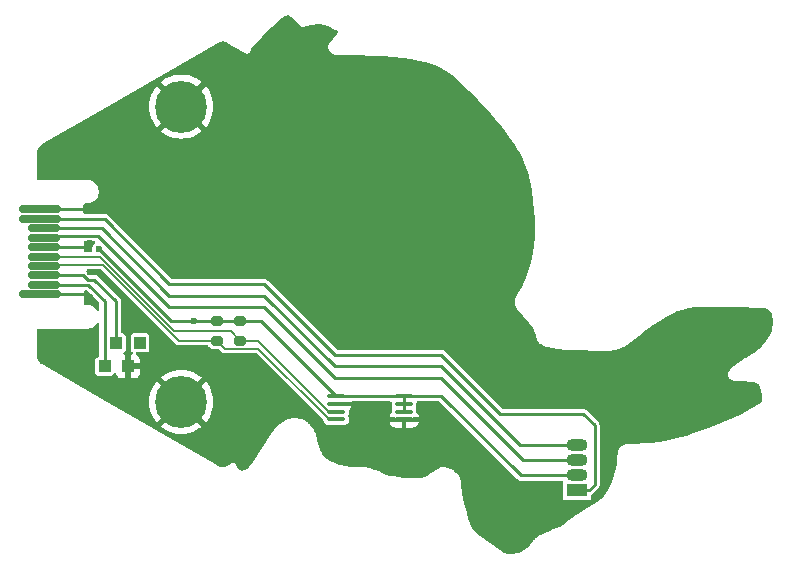
<source format=gbl>
G04 #@! TF.GenerationSoftware,KiCad,Pcbnew,8.0.1*
G04 #@! TF.CreationDate,2024-04-20T17:21:33+01:00*
G04 #@! TF.ProjectId,rabbit,72616262-6974-42e6-9b69-6361645f7063,rev?*
G04 #@! TF.SameCoordinates,Original*
G04 #@! TF.FileFunction,Copper,L2,Bot*
G04 #@! TF.FilePolarity,Positive*
%FSLAX46Y46*%
G04 Gerber Fmt 4.6, Leading zero omitted, Abs format (unit mm)*
G04 Created by KiCad (PCBNEW 8.0.1) date 2024-04-20 17:21:33*
%MOMM*%
%LPD*%
G01*
G04 APERTURE LIST*
G04 Aperture macros list*
%AMRoundRect*
0 Rectangle with rounded corners*
0 $1 Rounding radius*
0 $2 $3 $4 $5 $6 $7 $8 $9 X,Y pos of 4 corners*
0 Add a 4 corners polygon primitive as box body*
4,1,4,$2,$3,$4,$5,$6,$7,$8,$9,$2,$3,0*
0 Add four circle primitives for the rounded corners*
1,1,$1+$1,$2,$3*
1,1,$1+$1,$4,$5*
1,1,$1+$1,$6,$7*
1,1,$1+$1,$8,$9*
0 Add four rect primitives between the rounded corners*
20,1,$1+$1,$2,$3,$4,$5,0*
20,1,$1+$1,$4,$5,$6,$7,0*
20,1,$1+$1,$6,$7,$8,$9,0*
20,1,$1+$1,$8,$9,$2,$3,0*%
G04 Aperture macros list end*
G04 #@! TA.AperFunction,SMDPad,CuDef*
%ADD10RoundRect,0.150000X-1.600000X-0.150000X1.600000X-0.150000X1.600000X0.150000X-1.600000X0.150000X0*%
G04 #@! TD*
G04 #@! TA.AperFunction,SMDPad,CuDef*
%ADD11RoundRect,0.150000X-1.200000X-0.150000X1.200000X-0.150000X1.200000X0.150000X-1.200000X0.150000X0*%
G04 #@! TD*
G04 #@! TA.AperFunction,ComponentPad*
%ADD12C,0.700000*%
G04 #@! TD*
G04 #@! TA.AperFunction,ComponentPad*
%ADD13C,4.400000*%
G04 #@! TD*
G04 #@! TA.AperFunction,ComponentPad*
%ADD14R,1.800000X1.070000*%
G04 #@! TD*
G04 #@! TA.AperFunction,ComponentPad*
%ADD15O,1.800000X1.070000*%
G04 #@! TD*
G04 #@! TA.AperFunction,SMDPad,CuDef*
%ADD16R,1.000000X1.000000*%
G04 #@! TD*
G04 #@! TA.AperFunction,SMDPad,CuDef*
%ADD17RoundRect,0.100000X0.637500X0.100000X-0.637500X0.100000X-0.637500X-0.100000X0.637500X-0.100000X0*%
G04 #@! TD*
G04 #@! TA.AperFunction,SMDPad,CuDef*
%ADD18RoundRect,0.200000X-0.275000X0.200000X-0.275000X-0.200000X0.275000X-0.200000X0.275000X0.200000X0*%
G04 #@! TD*
G04 #@! TA.AperFunction,ViaPad*
%ADD19C,0.600000*%
G04 #@! TD*
G04 #@! TA.AperFunction,Conductor*
%ADD20C,0.254000*%
G04 #@! TD*
G04 #@! TA.AperFunction,Conductor*
%ADD21C,0.127000*%
G04 #@! TD*
G04 APERTURE END LIST*
D10*
X100500000Y-103400000D03*
D11*
X100900000Y-102600000D03*
X100900000Y-101800000D03*
X100900000Y-101000000D03*
X100900000Y-100200000D03*
X100900000Y-99400000D03*
X100900000Y-98600000D03*
X100900000Y-97800000D03*
D10*
X100500000Y-97000000D03*
X100500000Y-96200000D03*
D12*
X110850000Y-87500000D03*
X111333274Y-86333274D03*
X111333274Y-88666726D03*
X112500000Y-85850000D03*
D13*
X112500000Y-87500000D03*
D12*
X112500000Y-89150000D03*
X113666726Y-86333274D03*
X113666726Y-88666726D03*
X114150000Y-87500000D03*
D14*
X146000000Y-120000000D03*
D15*
X146000000Y-118730000D03*
X146000000Y-117460000D03*
X146000000Y-116190000D03*
D12*
X110850000Y-112500000D03*
X111333274Y-111333274D03*
X111333274Y-113666726D03*
X112500000Y-110850000D03*
D13*
X112500000Y-112500000D03*
D12*
X112500000Y-114150000D03*
X113666726Y-111333274D03*
X113666726Y-113666726D03*
X114150000Y-112500000D03*
D16*
X109000000Y-107500000D03*
D17*
X131362500Y-112025000D03*
X131362500Y-112675000D03*
X131362500Y-113325000D03*
X131362500Y-113975000D03*
X125637500Y-113975000D03*
X125637500Y-113325000D03*
X125637500Y-112675000D03*
X125637500Y-112025000D03*
D16*
X106000000Y-109500000D03*
D18*
X117500000Y-105675000D03*
X117500000Y-107325000D03*
D16*
X108000000Y-109500000D03*
D18*
X115500000Y-105675000D03*
X115500000Y-107325000D03*
D16*
X107000000Y-107500000D03*
D19*
X104775000Y-99060000D03*
X104775000Y-103632000D03*
X104775000Y-96266000D03*
X104775000Y-101473000D03*
X108966000Y-107442000D03*
X113538000Y-105664000D03*
X105537000Y-99568000D03*
D20*
X104709000Y-96200000D02*
X100500000Y-96200000D01*
X104775000Y-99060000D02*
X104435000Y-99400000D01*
X104435000Y-99400000D02*
X100900000Y-99400000D01*
X104543000Y-103400000D02*
X100500000Y-103400000D01*
X104775000Y-103632000D02*
X104543000Y-103400000D01*
X104775000Y-96266000D02*
X104709000Y-96200000D01*
X134525000Y-112025000D02*
X141230000Y-118730000D01*
X117500000Y-105675000D02*
X119287500Y-105675000D01*
X131362500Y-112025000D02*
X131362500Y-113325000D01*
X105537000Y-99568000D02*
X111644000Y-105675000D01*
X111644000Y-105675000D02*
X115500000Y-105675000D01*
X115500000Y-105675000D02*
X117500000Y-105675000D01*
X119287500Y-105675000D02*
X125637500Y-112025000D01*
X125637500Y-112025000D02*
X131362500Y-112025000D01*
X131362500Y-112025000D02*
X134525000Y-112025000D01*
X141230000Y-118730000D02*
X146000000Y-118730000D01*
X125500000Y-109500000D02*
X134500000Y-109500000D01*
X100900000Y-97800000D02*
X105800000Y-97800000D01*
X111500000Y-103500000D02*
X119500000Y-103500000D01*
X141190000Y-116190000D02*
X146000000Y-116190000D01*
X119500000Y-103500000D02*
X125500000Y-109500000D01*
X105800000Y-97800000D02*
X111500000Y-103500000D01*
X134500000Y-109500000D02*
X141190000Y-116190000D01*
D21*
X125637500Y-113975000D02*
X124975000Y-113975000D01*
X105863802Y-100909500D02*
X112279302Y-107325000D01*
X100900000Y-101000000D02*
X100990500Y-100909500D01*
X100990500Y-100909500D02*
X105863802Y-100909500D01*
X112279302Y-107325000D02*
X115500000Y-107325000D01*
X116175000Y-108000000D02*
X115500000Y-107325000D01*
X119000000Y-108000000D02*
X116175000Y-108000000D01*
X124975000Y-113975000D02*
X119000000Y-108000000D01*
X119033162Y-107325000D02*
X125033162Y-113325000D01*
X125033162Y-113325000D02*
X125637500Y-113325000D01*
X116675000Y-106500000D02*
X117500000Y-107325000D01*
X111916750Y-106500000D02*
X116675000Y-106500000D01*
X105616750Y-100200000D02*
X111916750Y-106500000D01*
X100900000Y-100200000D02*
X105616750Y-100200000D01*
X117500000Y-107325000D02*
X119033162Y-107325000D01*
D20*
X101067000Y-98433000D02*
X105433000Y-98433000D01*
X105433000Y-98433000D02*
X111500000Y-104500000D01*
X100900000Y-98600000D02*
X101067000Y-98433000D01*
X119500000Y-104500000D02*
X125500000Y-110500000D01*
X134500000Y-110500000D02*
X141460000Y-117460000D01*
X141460000Y-117460000D02*
X146000000Y-117460000D01*
X125500000Y-110500000D02*
X134500000Y-110500000D01*
X111500000Y-104500000D02*
X119500000Y-104500000D01*
X134500000Y-108500000D02*
X139500000Y-113500000D01*
X119500000Y-102500000D02*
X125500000Y-108500000D01*
X100500000Y-97000000D02*
X106000000Y-97000000D01*
X111500000Y-102500000D02*
X119500000Y-102500000D01*
X106000000Y-97000000D02*
X111500000Y-102500000D01*
X147500000Y-114500000D02*
X147500000Y-119500000D01*
X139500000Y-113500000D02*
X146500000Y-113500000D01*
X147000000Y-120000000D02*
X146000000Y-120000000D01*
X125500000Y-108500000D02*
X134500000Y-108500000D01*
X147500000Y-119500000D02*
X147000000Y-120000000D01*
X146500000Y-113500000D02*
X147500000Y-114500000D01*
X105146000Y-102146000D02*
X107000000Y-104000000D01*
X104561288Y-102146000D02*
X105146000Y-102146000D01*
X104215288Y-101800000D02*
X104561288Y-102146000D01*
X100900000Y-101800000D02*
X104215288Y-101800000D01*
X107000000Y-104000000D02*
X107000000Y-107500000D01*
X104629712Y-102600000D02*
X106000000Y-103970288D01*
X100900000Y-102600000D02*
X104629712Y-102600000D01*
X106000000Y-103970288D02*
X106000000Y-109500000D01*
G04 #@! TA.AperFunction,Conductor*
G36*
X121552554Y-79760490D02*
G01*
X121593652Y-79767545D01*
X121621829Y-79775916D01*
X121688251Y-79804600D01*
X121693943Y-79807058D01*
X121712569Y-79817065D01*
X121825610Y-79890863D01*
X121836376Y-79898749D01*
X121979127Y-80015620D01*
X121989657Y-80025310D01*
X122172410Y-80214083D01*
X122357454Y-80405222D01*
X122362348Y-80410582D01*
X122550976Y-80629746D01*
X122559672Y-80641117D01*
X122568085Y-80653543D01*
X122574480Y-80659083D01*
X122587270Y-80671914D01*
X122592798Y-80678337D01*
X122592801Y-80678339D01*
X122592802Y-80678340D01*
X122605193Y-80686786D01*
X122616545Y-80695526D01*
X122627886Y-80705351D01*
X122635505Y-80709051D01*
X122651180Y-80718134D01*
X122658176Y-80722904D01*
X122658177Y-80722904D01*
X122658182Y-80722907D01*
X122672340Y-80727860D01*
X122685558Y-80733359D01*
X122699061Y-80739917D01*
X122699062Y-80739917D01*
X122699064Y-80739918D01*
X122707371Y-80741518D01*
X122724865Y-80746235D01*
X122732859Y-80749032D01*
X122747833Y-80750153D01*
X122762020Y-80752044D01*
X122776755Y-80754883D01*
X122785199Y-80754278D01*
X122803319Y-80754308D01*
X122811756Y-80754940D01*
X122811757Y-80754939D01*
X122811762Y-80754940D01*
X122826522Y-80752146D01*
X122840701Y-80750303D01*
X122855676Y-80749231D01*
X122863674Y-80746462D01*
X122881187Y-80741800D01*
X122882677Y-80741518D01*
X122889504Y-80740226D01*
X122903034Y-80733707D01*
X122916256Y-80728256D01*
X123018671Y-80692799D01*
X123030385Y-80689380D01*
X123532127Y-80569453D01*
X123545157Y-80567067D01*
X123992586Y-80509666D01*
X124021698Y-80509379D01*
X124260868Y-80535257D01*
X124277863Y-80538305D01*
X124633361Y-80628013D01*
X124643693Y-80631105D01*
X125093936Y-80787512D01*
X125100962Y-80790196D01*
X125380109Y-80906633D01*
X125621863Y-81007473D01*
X125632670Y-81012606D01*
X125675140Y-81035355D01*
X125724941Y-81084360D01*
X125740241Y-81135364D01*
X125740538Y-81139314D01*
X125739424Y-81167606D01*
X125729356Y-81232556D01*
X125719903Y-81264434D01*
X125678817Y-81355763D01*
X125667113Y-81376291D01*
X125561851Y-81525748D01*
X125552935Y-81536970D01*
X125358691Y-81754350D01*
X125358463Y-81754604D01*
X125162337Y-81972879D01*
X125153201Y-81982037D01*
X125140296Y-81993688D01*
X125140296Y-81993689D01*
X125136981Y-81998808D01*
X125125148Y-82014268D01*
X125121067Y-82018809D01*
X125121063Y-82018815D01*
X125113188Y-82034310D01*
X125106734Y-82045519D01*
X125020505Y-82178687D01*
X125011804Y-82190523D01*
X125002632Y-82201564D01*
X125002629Y-82201569D01*
X124998814Y-82209855D01*
X124990272Y-82225379D01*
X124985312Y-82233040D01*
X124985308Y-82233049D01*
X124980887Y-82246714D01*
X124975549Y-82260390D01*
X124969542Y-82273439D01*
X124968002Y-82282431D01*
X124963768Y-82299643D01*
X124960960Y-82308325D01*
X124960959Y-82308332D01*
X124960226Y-82322676D01*
X124958608Y-82337281D01*
X124946508Y-82407925D01*
X124940689Y-82429539D01*
X124940570Y-82430057D01*
X124938332Y-82453609D01*
X124937109Y-82462803D01*
X124933115Y-82486127D01*
X124933094Y-82486675D01*
X124933066Y-82508269D01*
X124933087Y-82508826D01*
X124937019Y-82532147D01*
X124938218Y-82541346D01*
X124940397Y-82564917D01*
X124940519Y-82565454D01*
X124946084Y-82586329D01*
X124946243Y-82586846D01*
X124956083Y-82608366D01*
X124959618Y-82616931D01*
X124959895Y-82617679D01*
X124967824Y-82639135D01*
X124968093Y-82639645D01*
X124979241Y-82659011D01*
X125001845Y-82708446D01*
X125009291Y-82729609D01*
X125009533Y-82730566D01*
X125009535Y-82730571D01*
X125020490Y-82750186D01*
X125024999Y-82759081D01*
X125034343Y-82779515D01*
X125034347Y-82779521D01*
X125034966Y-82780270D01*
X125047632Y-82798782D01*
X125048110Y-82799639D01*
X125048115Y-82799645D01*
X125063785Y-82815768D01*
X125070443Y-82823194D01*
X125084752Y-82840507D01*
X125085538Y-82841066D01*
X125102581Y-82855685D01*
X125149394Y-82903850D01*
X125157236Y-82912730D01*
X125169277Y-82927755D01*
X125172666Y-82930244D01*
X125188187Y-82943761D01*
X125191125Y-82946784D01*
X125207645Y-82956637D01*
X125217526Y-82963190D01*
X125272051Y-83003234D01*
X125279472Y-83009382D01*
X125310992Y-83031848D01*
X125312349Y-83032829D01*
X125324077Y-83041442D01*
X125342043Y-83054637D01*
X125342987Y-83055138D01*
X125344555Y-83055985D01*
X125345458Y-83056481D01*
X125345652Y-83056553D01*
X125345656Y-83056556D01*
X125379895Y-83069344D01*
X125381537Y-83069971D01*
X125402757Y-83078241D01*
X125415591Y-83083243D01*
X125415592Y-83083243D01*
X125417609Y-83084029D01*
X125426806Y-83086864D01*
X125442837Y-83092851D01*
X125446663Y-83094281D01*
X125450324Y-83095915D01*
X125455490Y-83097811D01*
X125455493Y-83097813D01*
X125491429Y-83111002D01*
X125491929Y-83111188D01*
X125507165Y-83116877D01*
X125528093Y-83124694D01*
X125528096Y-83124694D01*
X125528117Y-83124702D01*
X125528447Y-83124777D01*
X125529137Y-83124934D01*
X125529734Y-83125071D01*
X125529769Y-83125074D01*
X125529772Y-83125075D01*
X125568086Y-83128530D01*
X125568583Y-83128577D01*
X125606855Y-83132249D01*
X125606855Y-83132248D01*
X125612370Y-83132778D01*
X125616362Y-83132885D01*
X125777793Y-83147447D01*
X125799919Y-83151493D01*
X125800784Y-83151734D01*
X125823319Y-83151955D01*
X125833236Y-83152449D01*
X125855697Y-83154476D01*
X125856577Y-83154323D01*
X125878999Y-83152500D01*
X127341412Y-83166856D01*
X127341411Y-83166908D01*
X127341648Y-83166858D01*
X128720843Y-83183063D01*
X128724221Y-83183149D01*
X129552780Y-83216053D01*
X129561262Y-83216683D01*
X131247836Y-83400678D01*
X131252494Y-83401277D01*
X131967333Y-83507026D01*
X131971400Y-83507698D01*
X132609221Y-83624011D01*
X132614234Y-83625033D01*
X133177105Y-83752074D01*
X133183267Y-83753631D01*
X133675731Y-83891712D01*
X133683134Y-83894042D01*
X133944772Y-83985502D01*
X134109810Y-84043194D01*
X134118575Y-84046636D01*
X134479131Y-84204312D01*
X134492118Y-84210926D01*
X134916741Y-84459698D01*
X134928400Y-84467445D01*
X135440449Y-84851119D01*
X135447458Y-84856781D01*
X135919509Y-85267289D01*
X136079382Y-85406319D01*
X136083443Y-85410011D01*
X136724706Y-86019552D01*
X136859890Y-86148048D01*
X136862655Y-86150759D01*
X137003695Y-86293492D01*
X137624753Y-86922005D01*
X137627439Y-86924811D01*
X138346862Y-87700000D01*
X138362523Y-87716874D01*
X138365044Y-87719674D01*
X138696026Y-88098905D01*
X139059391Y-88515240D01*
X139061918Y-88518231D01*
X139671819Y-89263291D01*
X139701244Y-89299236D01*
X139703927Y-89302633D01*
X140274001Y-90050875D01*
X140277037Y-90055036D01*
X140751103Y-90734007D01*
X140763330Y-90751518D01*
X140767002Y-90757092D01*
X140952143Y-91055262D01*
X141154500Y-91381158D01*
X141159251Y-91389516D01*
X141433331Y-91918414D01*
X141439137Y-91931387D01*
X141622929Y-92414641D01*
X141625856Y-92423281D01*
X141819090Y-93071183D01*
X141820712Y-93077165D01*
X142002460Y-93820307D01*
X142003675Y-93825816D01*
X142155606Y-94597663D01*
X142156492Y-94602711D01*
X142289098Y-95462517D01*
X142289758Y-95467449D01*
X142380455Y-96267405D01*
X142380965Y-96273054D01*
X142433026Y-97047168D01*
X142433277Y-97052849D01*
X142449974Y-97837257D01*
X142449972Y-97842610D01*
X142433574Y-98591581D01*
X142433140Y-98599587D01*
X142376462Y-99252738D01*
X142375282Y-99262142D01*
X142265424Y-99930091D01*
X142264043Y-99937189D01*
X142086457Y-100726376D01*
X142084973Y-100732288D01*
X141870896Y-101504305D01*
X141868117Y-101513056D01*
X141628875Y-102179694D01*
X141624586Y-102190127D01*
X141354143Y-102771268D01*
X141348137Y-102782602D01*
X141029215Y-103315795D01*
X141028482Y-103317003D01*
X140823491Y-103651021D01*
X140822839Y-103652072D01*
X140802856Y-103683914D01*
X140802523Y-103684663D01*
X140801997Y-103685825D01*
X140801701Y-103686468D01*
X140790997Y-103722519D01*
X140790638Y-103723706D01*
X140760548Y-103821446D01*
X140759570Y-103824483D01*
X140748703Y-103856799D01*
X140748266Y-103859028D01*
X140748108Y-103859655D01*
X140747756Y-103861583D01*
X140747682Y-103862228D01*
X140747301Y-103864475D01*
X140746044Y-103898556D01*
X140745885Y-103901740D01*
X140740151Y-103993206D01*
X140739237Y-104002345D01*
X140735991Y-104025943D01*
X140735985Y-104026904D01*
X140736628Y-104047466D01*
X140736692Y-104048401D01*
X140741407Y-104071756D01*
X140742887Y-104080804D01*
X140754991Y-104177076D01*
X140760901Y-104224083D01*
X140761130Y-104236487D01*
X140761566Y-104236469D01*
X140761910Y-104244593D01*
X140766964Y-104273465D01*
X140767853Y-104279376D01*
X140771512Y-104308481D01*
X140773365Y-104315563D01*
X140775549Y-104322520D01*
X140787912Y-104349119D01*
X140790298Y-104354594D01*
X140801365Y-104381757D01*
X140805388Y-104388820D01*
X140805008Y-104389035D01*
X140811403Y-104399662D01*
X140860963Y-104506288D01*
X140882848Y-104553374D01*
X140884843Y-104557665D01*
X140887131Y-104562901D01*
X140888905Y-104567229D01*
X140898419Y-104590444D01*
X140901909Y-104596542D01*
X140905647Y-104602425D01*
X140924748Y-104625245D01*
X140928320Y-104629718D01*
X141097912Y-104852466D01*
X141109237Y-104870316D01*
X141110732Y-104873188D01*
X141110734Y-104873191D01*
X141124386Y-104888087D01*
X141131628Y-104896750D01*
X141143874Y-104912834D01*
X141143879Y-104912840D01*
X141146442Y-104914822D01*
X141162000Y-104929130D01*
X141463063Y-105257644D01*
X141464435Y-105259168D01*
X141931708Y-105786694D01*
X141939207Y-105796032D01*
X142269113Y-106250141D01*
X142276046Y-106260793D01*
X142384953Y-106448496D01*
X142390080Y-106458319D01*
X142469477Y-106628577D01*
X142474627Y-106641457D01*
X142523206Y-106785904D01*
X142527568Y-106802672D01*
X142547321Y-106908464D01*
X142548122Y-106914894D01*
X142556133Y-106955686D01*
X142556350Y-106956822D01*
X142563979Y-106997681D01*
X142565609Y-107003944D01*
X142584766Y-107101492D01*
X142586108Y-107111312D01*
X142594077Y-107148970D01*
X142594425Y-107150678D01*
X142597537Y-107166519D01*
X142601501Y-107186703D01*
X142601871Y-107187751D01*
X142602455Y-107189444D01*
X142602801Y-107190474D01*
X142619415Y-107223153D01*
X142620223Y-107224770D01*
X142637159Y-107259323D01*
X142642151Y-107267873D01*
X142677153Y-107336721D01*
X142683720Y-107353463D01*
X142685459Y-107357484D01*
X142698281Y-107378923D01*
X142702397Y-107386374D01*
X142713719Y-107408645D01*
X142716194Y-107412253D01*
X142723349Y-107421952D01*
X142726069Y-107425386D01*
X142726070Y-107425387D01*
X142726071Y-107425388D01*
X142744014Y-107442787D01*
X142749905Y-107448905D01*
X142766609Y-107467490D01*
X142766613Y-107467493D01*
X142769954Y-107470352D01*
X142783990Y-107481551D01*
X142874982Y-107569780D01*
X142877080Y-107571863D01*
X142901261Y-107596455D01*
X142901268Y-107596459D01*
X142902340Y-107597296D01*
X142902871Y-107597759D01*
X142902921Y-107597796D01*
X142905236Y-107599559D01*
X142905325Y-107599628D01*
X142905911Y-107600017D01*
X142907004Y-107600829D01*
X142907006Y-107600831D01*
X142937170Y-107617631D01*
X142939704Y-107619083D01*
X143101697Y-107714437D01*
X143112154Y-107721326D01*
X143126735Y-107732026D01*
X143131747Y-107733977D01*
X143149648Y-107742661D01*
X143154291Y-107745394D01*
X143167664Y-107749098D01*
X143171728Y-107750224D01*
X143183617Y-107754174D01*
X143450336Y-107858024D01*
X143463053Y-107863821D01*
X143476862Y-107871082D01*
X143484542Y-107872817D01*
X143502197Y-107878217D01*
X143509534Y-107881074D01*
X143525043Y-107882779D01*
X143538825Y-107885086D01*
X143871267Y-107960223D01*
X143890251Y-107966150D01*
X143895267Y-107968170D01*
X143913206Y-107970352D01*
X143925550Y-107972492D01*
X143943174Y-107976476D01*
X143948575Y-107976262D01*
X143968443Y-107977072D01*
X144394466Y-108028905D01*
X144407563Y-108031864D01*
X144407585Y-108031756D01*
X144415562Y-108033309D01*
X144415567Y-108033311D01*
X144442419Y-108034962D01*
X144449764Y-108035633D01*
X144476483Y-108038885D01*
X144476490Y-108038883D01*
X144484609Y-108038805D01*
X144484610Y-108038915D01*
X144498026Y-108038383D01*
X145057455Y-108072793D01*
X145061558Y-108073305D01*
X145066986Y-108073606D01*
X145066990Y-108073608D01*
X145105461Y-108075747D01*
X145105639Y-108075758D01*
X145144216Y-108078131D01*
X145144217Y-108078130D01*
X145149637Y-108078464D01*
X145153781Y-108078435D01*
X146351257Y-108145033D01*
X146352114Y-108145137D01*
X146359654Y-108145547D01*
X146359657Y-108145548D01*
X146398762Y-108147675D01*
X146398908Y-108147727D01*
X146398911Y-108147684D01*
X146407216Y-108148145D01*
X146438303Y-108149875D01*
X146438304Y-108149874D01*
X146445971Y-108150301D01*
X146446824Y-108150291D01*
X147522515Y-108208829D01*
X147535182Y-108210858D01*
X147535222Y-108210565D01*
X147543277Y-108211636D01*
X147543280Y-108211636D01*
X147543284Y-108211637D01*
X147571592Y-108211673D01*
X147578150Y-108211857D01*
X147606412Y-108213396D01*
X147606415Y-108213395D01*
X147606420Y-108213396D01*
X147606424Y-108213395D01*
X147614523Y-108212774D01*
X147614545Y-108213070D01*
X147627318Y-108211748D01*
X148029995Y-108212282D01*
X148042337Y-108213622D01*
X148042374Y-108213185D01*
X148050462Y-108213866D01*
X148050470Y-108213868D01*
X148079819Y-108212490D01*
X148085714Y-108212356D01*
X148115069Y-108212396D01*
X148115074Y-108212394D01*
X148123125Y-108211346D01*
X148123182Y-108211783D01*
X148135435Y-108209881D01*
X148485009Y-108193481D01*
X148498563Y-108194205D01*
X148498565Y-108194142D01*
X148506693Y-108194326D01*
X148506693Y-108194325D01*
X148506694Y-108194326D01*
X148533060Y-108191461D01*
X148540643Y-108190871D01*
X148567166Y-108189627D01*
X148567170Y-108189625D01*
X148575171Y-108188189D01*
X148575182Y-108188252D01*
X148588467Y-108185440D01*
X148893959Y-108152247D01*
X148916825Y-108151883D01*
X148916850Y-108151884D01*
X148917087Y-108151903D01*
X148939864Y-108147630D01*
X148949326Y-108146231D01*
X148972370Y-108143728D01*
X148972607Y-108143635D01*
X148994600Y-108137365D01*
X149261848Y-108087244D01*
X149282376Y-108085143D01*
X149286477Y-108085067D01*
X149305106Y-108079699D01*
X149316529Y-108076989D01*
X149335581Y-108073417D01*
X149339271Y-108071646D01*
X149358570Y-108064296D01*
X149592979Y-107996767D01*
X149610967Y-107993003D01*
X149611969Y-107992869D01*
X149618919Y-107991946D01*
X149633183Y-107986015D01*
X149646458Y-107981360D01*
X149661305Y-107977084D01*
X149668173Y-107972945D01*
X149684559Y-107964658D01*
X149897316Y-107876215D01*
X149908811Y-107872090D01*
X149926600Y-107866682D01*
X149930745Y-107864099D01*
X149948692Y-107854858D01*
X149953203Y-107852984D01*
X149967924Y-107841657D01*
X149977983Y-107834681D01*
X150192823Y-107700882D01*
X150212167Y-107691069D01*
X150214296Y-107690215D01*
X150231220Y-107677515D01*
X150240083Y-107671449D01*
X150242278Y-107670082D01*
X150258034Y-107660270D01*
X150259603Y-107658591D01*
X150275738Y-107644113D01*
X150530164Y-107453217D01*
X150540738Y-107446104D01*
X150543530Y-107444426D01*
X150543542Y-107444421D01*
X150569828Y-107423518D01*
X150572530Y-107421429D01*
X150599471Y-107401217D01*
X150599474Y-107401212D01*
X150601826Y-107398912D01*
X150611382Y-107390475D01*
X151216738Y-106909109D01*
X151219295Y-106907133D01*
X151838436Y-106441719D01*
X151841304Y-106439629D01*
X152436598Y-106019226D01*
X152439934Y-106016952D01*
X153006483Y-105644496D01*
X153010426Y-105642013D01*
X153542824Y-105320649D01*
X153547693Y-105317861D01*
X154040333Y-105050606D01*
X154046598Y-105047436D01*
X154492780Y-104837443D01*
X154501240Y-104833838D01*
X154892322Y-104684149D01*
X154904654Y-104680156D01*
X155155876Y-104613096D01*
X155166657Y-104610729D01*
X155497833Y-104553373D01*
X155505521Y-104552288D01*
X155926775Y-104506284D01*
X155932167Y-104505815D01*
X156446992Y-104472533D01*
X156452370Y-104472303D01*
X157806944Y-104443947D01*
X157810942Y-104443930D01*
X159634809Y-104465999D01*
X159637186Y-104466051D01*
X161609771Y-104528535D01*
X161619484Y-104529226D01*
X161950200Y-104565873D01*
X161974166Y-104570966D01*
X162088674Y-104607435D01*
X162116882Y-104620509D01*
X162200368Y-104672818D01*
X162221540Y-104689549D01*
X162293976Y-104760889D01*
X162305564Y-104772301D01*
X162320782Y-104790467D01*
X162346799Y-104828366D01*
X162400311Y-104906317D01*
X162410483Y-104924134D01*
X162480040Y-105073447D01*
X162486401Y-105090153D01*
X162540497Y-105270335D01*
X162544080Y-105285808D01*
X162578218Y-105492745D01*
X162579736Y-105507129D01*
X162590459Y-105736161D01*
X162590355Y-105749673D01*
X162574845Y-105998531D01*
X162573599Y-106009958D01*
X162537359Y-106241932D01*
X162535211Y-106252590D01*
X162480887Y-106472029D01*
X162477547Y-106483231D01*
X162404487Y-106691763D01*
X162399999Y-106702833D01*
X162306266Y-106905416D01*
X162300914Y-106915694D01*
X162183861Y-107116927D01*
X162178083Y-107125940D01*
X162038887Y-107323744D01*
X162030430Y-107334457D01*
X161644773Y-107771224D01*
X161637619Y-107778676D01*
X161385021Y-108020754D01*
X161377601Y-108027317D01*
X161129541Y-108229653D01*
X161121331Y-108235802D01*
X160793761Y-108460617D01*
X160789260Y-108463564D01*
X160334968Y-108747174D01*
X160326865Y-108751595D01*
X160304233Y-108766153D01*
X160293978Y-108772750D01*
X160292611Y-108773617D01*
X160259441Y-108794326D01*
X160251994Y-108799758D01*
X159622396Y-109204776D01*
X159603266Y-109214842D01*
X159601051Y-109215770D01*
X159601049Y-109215771D01*
X159592196Y-109222624D01*
X159584386Y-109228670D01*
X159575581Y-109234892D01*
X159557869Y-109246287D01*
X159557863Y-109246291D01*
X159556252Y-109248066D01*
X159540375Y-109262741D01*
X159147234Y-109567093D01*
X159135655Y-109575050D01*
X159122437Y-109583070D01*
X159122431Y-109583075D01*
X159116899Y-109588854D01*
X159103248Y-109601145D01*
X159096910Y-109606052D01*
X159096906Y-109606056D01*
X159087535Y-109618376D01*
X159078414Y-109629053D01*
X158973684Y-109738450D01*
X158967796Y-109744205D01*
X158949002Y-109761392D01*
X158945196Y-109765918D01*
X158940075Y-109772436D01*
X158936564Y-109777224D01*
X158924320Y-109799540D01*
X158920124Y-109806619D01*
X158872202Y-109881675D01*
X158859123Y-109898705D01*
X158857320Y-109900672D01*
X158857316Y-109900679D01*
X158847716Y-109919123D01*
X158842243Y-109928594D01*
X158831053Y-109946121D01*
X158831050Y-109946129D01*
X158830245Y-109948673D01*
X158822031Y-109968478D01*
X158820796Y-109970850D01*
X158820795Y-109970853D01*
X158816295Y-109991161D01*
X158813457Y-110001732D01*
X158807183Y-110021560D01*
X158807065Y-110024221D01*
X158804252Y-110045507D01*
X158790163Y-110109097D01*
X158789955Y-110110034D01*
X158789787Y-110110779D01*
X158781271Y-110148120D01*
X158781213Y-110148790D01*
X158781141Y-110149586D01*
X158781112Y-110149893D01*
X158782784Y-110188088D01*
X158782815Y-110188852D01*
X158784256Y-110227176D01*
X158784331Y-110227600D01*
X158784476Y-110228439D01*
X158784560Y-110228935D01*
X158796072Y-110265437D01*
X158796299Y-110266163D01*
X158821580Y-110348071D01*
X158822488Y-110351154D01*
X158831674Y-110383908D01*
X158832578Y-110386019D01*
X158832803Y-110386633D01*
X158833600Y-110388430D01*
X158833894Y-110388991D01*
X158834856Y-110391088D01*
X158852974Y-110419911D01*
X158854649Y-110422654D01*
X158872032Y-110451968D01*
X158873467Y-110453794D01*
X158873832Y-110454311D01*
X158875056Y-110455827D01*
X158875493Y-110456301D01*
X158876964Y-110458076D01*
X158901931Y-110481235D01*
X158904208Y-110483402D01*
X158958048Y-110536001D01*
X158971645Y-110549285D01*
X158978067Y-110556050D01*
X158993642Y-110573744D01*
X158993933Y-110573998D01*
X159011100Y-110587893D01*
X159011367Y-110588093D01*
X159011371Y-110588095D01*
X159011373Y-110588097D01*
X159031609Y-110599467D01*
X159031934Y-110599650D01*
X159039887Y-110604522D01*
X159059455Y-110617543D01*
X159059516Y-110617584D01*
X159059519Y-110617585D01*
X159059848Y-110617747D01*
X159080037Y-110626729D01*
X159080351Y-110626855D01*
X159080353Y-110626856D01*
X159103199Y-110632693D01*
X159112138Y-110635338D01*
X159165308Y-110653278D01*
X159242060Y-110679174D01*
X159248977Y-110681740D01*
X159273926Y-110691847D01*
X159273928Y-110691847D01*
X159273932Y-110691849D01*
X159273935Y-110691849D01*
X159281794Y-110693889D01*
X159281764Y-110694001D01*
X159283505Y-110694399D01*
X159283528Y-110694286D01*
X159291497Y-110695856D01*
X159291500Y-110695856D01*
X159291503Y-110695857D01*
X159318411Y-110697570D01*
X159325721Y-110698254D01*
X159548614Y-110725826D01*
X159565316Y-110729566D01*
X159570372Y-110730519D01*
X159595528Y-110731916D01*
X159603882Y-110732663D01*
X159628913Y-110735760D01*
X159628914Y-110735759D01*
X159628917Y-110735760D01*
X159634055Y-110735720D01*
X159651165Y-110735007D01*
X160050025Y-110757164D01*
X160050399Y-110757185D01*
X160775416Y-110801193D01*
X160788416Y-110802675D01*
X160952499Y-110830223D01*
X160964863Y-110832955D01*
X161117560Y-110874972D01*
X161132749Y-110880231D01*
X161307507Y-110953755D01*
X161333256Y-110968431D01*
X161352253Y-110982513D01*
X161370564Y-110999161D01*
X161384796Y-111014969D01*
X161402910Y-111041220D01*
X161489278Y-111209138D01*
X161497855Y-111230477D01*
X161596857Y-111563065D01*
X161599127Y-111571852D01*
X161653146Y-111817905D01*
X161654890Y-111827718D01*
X161682469Y-112029678D01*
X161683582Y-112043860D01*
X161686816Y-112198352D01*
X161685708Y-112217687D01*
X161670602Y-112328538D01*
X161664987Y-112352151D01*
X161637753Y-112431265D01*
X161626356Y-112455492D01*
X161585669Y-112522172D01*
X161570378Y-112542289D01*
X161504493Y-112612728D01*
X161489191Y-112626574D01*
X161383044Y-112707633D01*
X161371600Y-112715401D01*
X160673826Y-113134212D01*
X160666830Y-113138110D01*
X159805398Y-113582187D01*
X159800224Y-113584704D01*
X158818784Y-114034310D01*
X158814501Y-114036175D01*
X157752907Y-114474901D01*
X157748971Y-114476450D01*
X156645983Y-114888830D01*
X156641989Y-114890246D01*
X155536300Y-115261095D01*
X155531832Y-115262500D01*
X154462374Y-115576795D01*
X154456856Y-115578279D01*
X153465266Y-115820679D01*
X153456677Y-115822460D01*
X152930080Y-115912309D01*
X152917951Y-115913767D01*
X152255698Y-115960494D01*
X152255014Y-115960541D01*
X150313829Y-116086723D01*
X150300076Y-116086252D01*
X150300076Y-116086261D01*
X150291944Y-116086239D01*
X150266065Y-116089578D01*
X150258254Y-116090335D01*
X150232200Y-116092030D01*
X150232196Y-116092030D01*
X150232192Y-116092031D01*
X150232187Y-116092032D01*
X150224220Y-116093613D01*
X150224218Y-116093603D01*
X150210810Y-116096707D01*
X150125790Y-116107675D01*
X150112631Y-116108664D01*
X150095701Y-116109033D01*
X150095698Y-116109034D01*
X150095694Y-116109034D01*
X150095694Y-116109035D01*
X150089401Y-116110868D01*
X150070590Y-116114797D01*
X150067797Y-116115158D01*
X150064101Y-116115635D01*
X150048443Y-116122073D01*
X150035996Y-116126431D01*
X149953867Y-116150367D01*
X149938879Y-116154735D01*
X149938349Y-116154888D01*
X149901216Y-116165530D01*
X149900918Y-116165662D01*
X149900249Y-116165954D01*
X149900042Y-116166043D01*
X149867133Y-116186011D01*
X149866660Y-116186296D01*
X149810197Y-116220211D01*
X149797853Y-116226039D01*
X149797872Y-116226077D01*
X149790633Y-116229773D01*
X149768919Y-116244726D01*
X149762449Y-116248892D01*
X149739837Y-116262475D01*
X149733478Y-116267532D01*
X149733453Y-116267501D01*
X149731477Y-116269176D01*
X149731504Y-116269206D01*
X149725470Y-116274648D01*
X149708367Y-116294710D01*
X149703196Y-116300407D01*
X149684870Y-116319379D01*
X149680040Y-116325906D01*
X149680006Y-116325881D01*
X149672227Y-116337103D01*
X149659331Y-116352230D01*
X149650193Y-116361855D01*
X149649246Y-116362750D01*
X149627456Y-116389569D01*
X149625585Y-116391817D01*
X149603174Y-116418106D01*
X149602457Y-116419213D01*
X149602045Y-116419779D01*
X149601985Y-116419878D01*
X149600433Y-116422336D01*
X149600384Y-116422411D01*
X149600052Y-116423022D01*
X149599355Y-116424154D01*
X149585263Y-116455668D01*
X149584036Y-116458326D01*
X149569180Y-116489545D01*
X149568777Y-116490792D01*
X149564013Y-116503186D01*
X149537585Y-116562287D01*
X149533650Y-116570301D01*
X149522173Y-116591688D01*
X149521405Y-116593718D01*
X149515814Y-116610275D01*
X149515191Y-116612366D01*
X149511356Y-116636328D01*
X149509629Y-116645086D01*
X149482681Y-116759791D01*
X149478421Y-116774030D01*
X149473591Y-116787231D01*
X149473590Y-116787233D01*
X149472753Y-116796618D01*
X149469959Y-116813945D01*
X149467802Y-116823127D01*
X149468239Y-116837179D01*
X149467808Y-116852049D01*
X149430186Y-117273762D01*
X149430175Y-117273889D01*
X149425351Y-117327340D01*
X149387817Y-117743193D01*
X149386177Y-117754995D01*
X149301419Y-118205050D01*
X149298850Y-118215956D01*
X149160495Y-118703454D01*
X149157833Y-118711720D01*
X148955271Y-119272579D01*
X148953194Y-119277938D01*
X148796464Y-119656063D01*
X148792943Y-119663797D01*
X148642515Y-119966289D01*
X148635788Y-119978135D01*
X148475964Y-120226718D01*
X148466130Y-120239981D01*
X148274028Y-120465911D01*
X148263404Y-120476945D01*
X148010618Y-120708942D01*
X148001967Y-120716186D01*
X147664974Y-120973176D01*
X147657679Y-120978334D01*
X146632084Y-121649462D01*
X146630936Y-121650204D01*
X145661198Y-122269622D01*
X145649324Y-122275604D01*
X145649396Y-122275737D01*
X145642244Y-122279603D01*
X145620185Y-122295571D01*
X145614230Y-122299623D01*
X145591303Y-122314268D01*
X145585085Y-122319498D01*
X145584987Y-122319382D01*
X145575067Y-122328230D01*
X145068353Y-122695024D01*
X145064114Y-122697711D01*
X145029555Y-122723105D01*
X145028845Y-122723623D01*
X144994072Y-122748795D01*
X144990214Y-122752015D01*
X144781243Y-122905575D01*
X144771661Y-122911954D01*
X144536294Y-123053317D01*
X144526337Y-123058694D01*
X144225682Y-123203770D01*
X144219533Y-123206534D01*
X143831938Y-123368217D01*
X143826814Y-123369994D01*
X143822568Y-123371803D01*
X143822568Y-123371804D01*
X143787653Y-123386687D01*
X143786837Y-123387031D01*
X143747557Y-123403417D01*
X143742696Y-123405852D01*
X143185387Y-123643433D01*
X143166699Y-123649696D01*
X143161166Y-123651072D01*
X143161156Y-123651076D01*
X143145601Y-123659686D01*
X143134189Y-123665259D01*
X143117845Y-123672227D01*
X143117843Y-123672228D01*
X143113354Y-123675747D01*
X143096924Y-123686632D01*
X142723029Y-123893598D01*
X142709921Y-123899880D01*
X142696395Y-123905412D01*
X142696389Y-123905416D01*
X142689335Y-123910777D01*
X142674369Y-123920534D01*
X142666605Y-123924832D01*
X142666602Y-123924834D01*
X142656071Y-123934991D01*
X142645033Y-123944452D01*
X142527700Y-124033643D01*
X142512247Y-124043670D01*
X142505292Y-124047480D01*
X142505286Y-124047485D01*
X142494049Y-124058230D01*
X142483396Y-124067321D01*
X142471031Y-124076720D01*
X142471025Y-124076726D01*
X142466162Y-124083004D01*
X142453837Y-124096680D01*
X142352425Y-124193654D01*
X142340671Y-124203574D01*
X142330105Y-124211422D01*
X142330100Y-124211427D01*
X142323696Y-124219508D01*
X142312218Y-124232105D01*
X142304760Y-124239235D01*
X142304754Y-124239243D01*
X142297921Y-124250490D01*
X142289131Y-124263118D01*
X142035773Y-124582792D01*
X142033786Y-124585234D01*
X141897261Y-124748786D01*
X141884663Y-124761812D01*
X141728341Y-124901413D01*
X141715998Y-124911105D01*
X141523001Y-125043797D01*
X141510984Y-125051091D01*
X141284566Y-125171535D01*
X141273497Y-125176740D01*
X141059293Y-125264840D01*
X141046336Y-125269349D01*
X140846580Y-125326682D01*
X140831801Y-125329962D01*
X140624790Y-125362805D01*
X140611406Y-125364189D01*
X140376090Y-125375677D01*
X140363596Y-125375657D01*
X140122871Y-125363123D01*
X140100651Y-125359931D01*
X139930108Y-125319391D01*
X139904780Y-125310374D01*
X139816089Y-125267455D01*
X139727988Y-125224821D01*
X139711874Y-125215467D01*
X139459652Y-125042494D01*
X139457070Y-125040675D01*
X138631282Y-124442867D01*
X138630163Y-124442048D01*
X137820044Y-123841660D01*
X137814198Y-123837047D01*
X137803120Y-123827752D01*
X137535511Y-123603205D01*
X137529177Y-123597507D01*
X137315566Y-123391670D01*
X137307450Y-123383066D01*
X137297656Y-123371636D01*
X137149016Y-123198165D01*
X137140224Y-123186594D01*
X137021614Y-123009898D01*
X137013957Y-122996833D01*
X136919562Y-122810534D01*
X136914314Y-122798675D01*
X136912775Y-122794640D01*
X136833937Y-122587920D01*
X136830299Y-122576836D01*
X136761462Y-122328231D01*
X136650635Y-121927975D01*
X136649033Y-121921524D01*
X136460515Y-121064457D01*
X136459609Y-121059926D01*
X136303962Y-120197175D01*
X136302961Y-120190618D01*
X136217241Y-119506404D01*
X136217190Y-119505985D01*
X136188679Y-119266370D01*
X136187828Y-119253802D01*
X136187528Y-119235845D01*
X136186012Y-119230546D01*
X136182105Y-119211120D01*
X136181454Y-119205645D01*
X136174786Y-119188963D01*
X136170709Y-119177037D01*
X136156790Y-119128367D01*
X136120158Y-119000281D01*
X136119149Y-118996527D01*
X136111115Y-118964658D01*
X136109349Y-118960211D01*
X136107444Y-118955820D01*
X136102654Y-118947836D01*
X136090542Y-118927648D01*
X136088594Y-118924281D01*
X136001267Y-118767716D01*
X135997668Y-118760754D01*
X135997046Y-118759451D01*
X135986409Y-118737180D01*
X135986404Y-118737175D01*
X135981975Y-118730360D01*
X135981987Y-118730351D01*
X135980336Y-118727980D01*
X135980325Y-118727989D01*
X135975472Y-118721467D01*
X135975470Y-118721465D01*
X135975469Y-118721463D01*
X135957243Y-118702689D01*
X135951980Y-118696913D01*
X135932828Y-118674513D01*
X135828894Y-118552953D01*
X135820360Y-118541741D01*
X135811745Y-118528976D01*
X135805646Y-118523677D01*
X135792733Y-118510661D01*
X135787484Y-118504522D01*
X135774779Y-118495801D01*
X135763639Y-118487181D01*
X135601945Y-118346701D01*
X135593958Y-118339115D01*
X135588899Y-118333862D01*
X135579607Y-118324214D01*
X135579603Y-118324211D01*
X135579601Y-118324210D01*
X135577240Y-118322787D01*
X135559916Y-118310186D01*
X135557834Y-118308377D01*
X135549165Y-118304152D01*
X135539226Y-118299308D01*
X135529557Y-118294051D01*
X135500882Y-118276770D01*
X135409635Y-118221779D01*
X135349917Y-118185789D01*
X135342581Y-118181007D01*
X135322492Y-118166876D01*
X135319787Y-118165461D01*
X135305974Y-118158844D01*
X135303184Y-118157626D01*
X135303180Y-118157624D01*
X135295753Y-118155483D01*
X135279584Y-118150824D01*
X135271261Y-118148103D01*
X135078622Y-118077518D01*
X135074254Y-118075824D01*
X135045054Y-118063855D01*
X135039517Y-118062393D01*
X135033915Y-118061138D01*
X135002514Y-118058323D01*
X134997854Y-118057817D01*
X134807856Y-118033511D01*
X134800254Y-118032297D01*
X134774374Y-118027336D01*
X134774372Y-118027336D01*
X134774367Y-118027335D01*
X134766261Y-118026860D01*
X134766263Y-118026821D01*
X134763665Y-118026749D01*
X134763666Y-118026789D01*
X134755539Y-118026819D01*
X134729393Y-118030357D01*
X134721734Y-118031152D01*
X134570511Y-118042119D01*
X134570508Y-118042119D01*
X134528034Y-118045198D01*
X134528030Y-118045198D01*
X134528025Y-118045199D01*
X134528019Y-118045200D01*
X134528016Y-118045201D01*
X134528007Y-118045203D01*
X134505093Y-118053160D01*
X134505088Y-118053162D01*
X134338830Y-118110880D01*
X134331559Y-118113156D01*
X134306037Y-118120293D01*
X134298564Y-118123484D01*
X134298541Y-118123431D01*
X134296363Y-118124441D01*
X134296389Y-118124493D01*
X134289117Y-118128141D01*
X134267182Y-118143016D01*
X134260749Y-118147096D01*
X134081972Y-118252910D01*
X134066367Y-118260208D01*
X134061871Y-118262498D01*
X134041103Y-118276770D01*
X134034041Y-118281280D01*
X134012364Y-118294110D01*
X134008383Y-118297234D01*
X133995211Y-118308310D01*
X133817781Y-118430247D01*
X133681514Y-118523896D01*
X133679186Y-118525457D01*
X133305442Y-118770058D01*
X133293725Y-118776843D01*
X133170966Y-118839241D01*
X133157310Y-118845178D01*
X133147388Y-118848802D01*
X133044304Y-118886438D01*
X133028703Y-118890999D01*
X132904533Y-118918621D01*
X132891187Y-118920834D01*
X132734814Y-118938063D01*
X132723481Y-118938789D01*
X132228018Y-118947770D01*
X132220748Y-118947688D01*
X131305568Y-118910583D01*
X131295955Y-118909818D01*
X130518752Y-118817439D01*
X130509349Y-118815953D01*
X130191298Y-118753101D01*
X130183308Y-118751246D01*
X129908138Y-118677673D01*
X129898061Y-118674513D01*
X129676037Y-118594358D01*
X129662974Y-118588777D01*
X129511992Y-118513771D01*
X129500870Y-118507512D01*
X129498134Y-118505781D01*
X129467599Y-118491662D01*
X129464475Y-118490164D01*
X129434381Y-118475214D01*
X129434374Y-118475211D01*
X129434373Y-118475211D01*
X129434371Y-118475210D01*
X129431322Y-118474166D01*
X129419484Y-118469415D01*
X129418383Y-118468906D01*
X129213187Y-118374026D01*
X129075796Y-118310498D01*
X129063656Y-118304044D01*
X129049977Y-118295769D01*
X129042781Y-118293682D01*
X129025289Y-118287144D01*
X129018497Y-118284004D01*
X129002734Y-118281276D01*
X128989344Y-118278186D01*
X128544649Y-118149233D01*
X128527846Y-118143012D01*
X128519835Y-118139368D01*
X128519830Y-118139367D01*
X128505350Y-118136954D01*
X128491200Y-118133735D01*
X128477117Y-118129651D01*
X128477110Y-118129650D01*
X128468309Y-118129470D01*
X128450472Y-118127810D01*
X127960688Y-118046204D01*
X127942285Y-118041669D01*
X127935617Y-118039473D01*
X127919185Y-118038546D01*
X127905799Y-118037058D01*
X127889568Y-118034354D01*
X127889558Y-118034354D01*
X127882563Y-118035032D01*
X127863624Y-118035413D01*
X127369157Y-118007536D01*
X127357014Y-118006164D01*
X127320654Y-118004780D01*
X127318397Y-118004674D01*
X127281992Y-118002622D01*
X127269766Y-118002845D01*
X126871415Y-117987695D01*
X126861873Y-117986963D01*
X126449984Y-117939297D01*
X126440183Y-117937763D01*
X126051492Y-117860896D01*
X126041222Y-117858405D01*
X125890763Y-117815058D01*
X125681745Y-117754839D01*
X125670767Y-117751113D01*
X125346521Y-117623841D01*
X125334604Y-117618420D01*
X125051597Y-117471202D01*
X125038572Y-117463377D01*
X124802282Y-117300929D01*
X124788223Y-117289677D01*
X124602561Y-117117535D01*
X124588239Y-117101760D01*
X124427552Y-116890881D01*
X124416133Y-116872869D01*
X124405406Y-116852210D01*
X124275192Y-116601434D01*
X124268435Y-116585909D01*
X124137463Y-116218183D01*
X124134152Y-116207337D01*
X124017545Y-115751821D01*
X124016530Y-115746513D01*
X124015337Y-115742002D01*
X124015338Y-115741999D01*
X124005647Y-115705328D01*
X124005404Y-115704394D01*
X123996005Y-115667674D01*
X123996003Y-115667671D01*
X123994850Y-115663165D01*
X123993147Y-115658025D01*
X123982416Y-115617415D01*
X123909755Y-115342437D01*
X123906325Y-115323767D01*
X123905595Y-115316839D01*
X123899676Y-115301436D01*
X123895538Y-115288633D01*
X123891323Y-115272682D01*
X123891322Y-115272679D01*
X123887861Y-115266637D01*
X123879712Y-115249486D01*
X123878307Y-115245831D01*
X123777741Y-114984133D01*
X123773624Y-114971407D01*
X123769365Y-114955330D01*
X123769364Y-114955328D01*
X123765962Y-114949396D01*
X123757777Y-114932181D01*
X123755326Y-114925804D01*
X123755325Y-114925801D01*
X123745546Y-114912352D01*
X123738283Y-114901139D01*
X123611134Y-114679461D01*
X123606874Y-114671352D01*
X123596573Y-114649847D01*
X123596571Y-114649845D01*
X123596017Y-114648995D01*
X123584271Y-114632352D01*
X123583636Y-114631519D01*
X123570404Y-114618212D01*
X123566824Y-114614612D01*
X123560605Y-114607876D01*
X123408597Y-114430497D01*
X123400415Y-114419830D01*
X123391089Y-114406200D01*
X123385813Y-114401675D01*
X123372386Y-114388243D01*
X123367862Y-114382964D01*
X123367859Y-114382961D01*
X123354231Y-114373629D01*
X123343569Y-114365445D01*
X123221123Y-114260431D01*
X123208831Y-114248305D01*
X123202258Y-114240849D01*
X123202257Y-114240848D01*
X123202256Y-114240847D01*
X123190983Y-114233357D01*
X123178885Y-114224206D01*
X123168613Y-114215396D01*
X123159646Y-114211096D01*
X123144645Y-114202571D01*
X123022703Y-114121556D01*
X123010068Y-114111942D01*
X123000762Y-114103869D01*
X123000758Y-114103867D01*
X122990728Y-114098987D01*
X122976363Y-114090770D01*
X122967075Y-114084599D01*
X122961796Y-114082823D01*
X122955382Y-114080664D01*
X122940695Y-114074650D01*
X122812221Y-114012154D01*
X122799244Y-114004847D01*
X122787455Y-113997242D01*
X122787456Y-113997242D01*
X122778449Y-113994346D01*
X122762171Y-113987808D01*
X122753674Y-113983674D01*
X122739903Y-113981012D01*
X122725485Y-113977314D01*
X122591073Y-113934092D01*
X122577552Y-113928853D01*
X122564182Y-113922751D01*
X122555515Y-113921296D01*
X122538096Y-113917056D01*
X122529739Y-113914369D01*
X122515053Y-113913643D01*
X122500644Y-113912083D01*
X122413889Y-113897518D01*
X122361517Y-113888725D01*
X122347110Y-113885413D01*
X122333480Y-113881410D01*
X122328276Y-113881285D01*
X122324219Y-113881189D01*
X122306649Y-113879513D01*
X122297503Y-113877977D01*
X122283350Y-113879332D01*
X122268583Y-113879861D01*
X122126117Y-113876464D01*
X122110499Y-113875100D01*
X122097975Y-113873202D01*
X122087236Y-113874404D01*
X122070502Y-113875137D01*
X122059684Y-113874879D01*
X122059681Y-113874879D01*
X122047360Y-113877868D01*
X122031921Y-113880592D01*
X121887133Y-113896790D01*
X121870145Y-113897518D01*
X121859764Y-113897249D01*
X121859753Y-113897251D01*
X121847010Y-113900314D01*
X121831826Y-113902978D01*
X121827525Y-113903459D01*
X121818799Y-113904436D01*
X121809142Y-113908218D01*
X121792924Y-113913315D01*
X121647747Y-113948214D01*
X121628451Y-113951269D01*
X121622473Y-113951737D01*
X121622459Y-113951740D01*
X121605982Y-113957566D01*
X121593635Y-113961222D01*
X121576647Y-113965306D01*
X121576637Y-113965309D01*
X121571369Y-113968172D01*
X121553521Y-113976116D01*
X121367889Y-114041758D01*
X121352054Y-114046201D01*
X121340951Y-114048534D01*
X121340946Y-114048536D01*
X121330119Y-114054021D01*
X121315430Y-114060308D01*
X121303988Y-114064354D01*
X121303979Y-114064358D01*
X121294628Y-114070779D01*
X121280488Y-114079165D01*
X121105606Y-114167766D01*
X121093767Y-114173006D01*
X121077538Y-114179197D01*
X121077537Y-114179198D01*
X121072581Y-114182783D01*
X121055965Y-114192916D01*
X121050514Y-114195678D01*
X121050511Y-114195680D01*
X121037575Y-114207273D01*
X121027499Y-114215395D01*
X120855940Y-114339500D01*
X120843649Y-114347334D01*
X120830936Y-114354422D01*
X120830931Y-114354426D01*
X120824531Y-114360636D01*
X120810872Y-114372103D01*
X120803628Y-114377344D01*
X120794445Y-114388636D01*
X120784596Y-114399388D01*
X120612560Y-114566329D01*
X120597742Y-114578625D01*
X120592443Y-114582367D01*
X120581570Y-114595429D01*
X120572628Y-114605080D01*
X120560432Y-114616915D01*
X120560427Y-114616921D01*
X120557102Y-114622486D01*
X120545969Y-114638197D01*
X120361908Y-114859325D01*
X120349448Y-114871645D01*
X120346159Y-114875127D01*
X120331456Y-114895459D01*
X120326285Y-114902121D01*
X120310210Y-114921433D01*
X120307676Y-114925446D01*
X120298813Y-114940599D01*
X120085753Y-115235232D01*
X120077269Y-115244690D01*
X120077527Y-115244910D01*
X120072255Y-115251100D01*
X120056700Y-115275126D01*
X120053096Y-115280391D01*
X120036326Y-115303583D01*
X120032464Y-115310734D01*
X120032166Y-115310573D01*
X120026422Y-115321896D01*
X119398135Y-116292382D01*
X119396890Y-116294061D01*
X119372332Y-116332238D01*
X119372141Y-116332535D01*
X119347208Y-116371050D01*
X119346196Y-116372867D01*
X118573380Y-117574258D01*
X118568869Y-117580799D01*
X118360883Y-117862659D01*
X118352433Y-117872912D01*
X118204754Y-118033704D01*
X118195248Y-118043000D01*
X118072511Y-118150780D01*
X118061109Y-118159671D01*
X117971089Y-118221779D01*
X117952826Y-118232212D01*
X117874110Y-118268705D01*
X117855799Y-118275499D01*
X117754805Y-118304152D01*
X117736708Y-118307856D01*
X117672175Y-118316118D01*
X117648413Y-118316863D01*
X117596955Y-118313530D01*
X117573387Y-118309699D01*
X117523245Y-118296492D01*
X117501512Y-118288535D01*
X117449435Y-118263734D01*
X117430646Y-118252661D01*
X117375538Y-118213272D01*
X117360143Y-118200254D01*
X117357281Y-118197404D01*
X117303023Y-118143369D01*
X117290955Y-118129414D01*
X117290009Y-118128139D01*
X117234229Y-118052990D01*
X117225130Y-118038809D01*
X117175206Y-117947967D01*
X117167192Y-117930202D01*
X117153148Y-117891128D01*
X117150071Y-117881296D01*
X117144407Y-117860154D01*
X117144406Y-117860153D01*
X117144243Y-117859871D01*
X117143627Y-117858804D01*
X117134320Y-117838738D01*
X117133795Y-117837276D01*
X117121313Y-117819297D01*
X117115786Y-117810581D01*
X117104846Y-117791633D01*
X117104841Y-117791626D01*
X117103740Y-117790525D01*
X117089560Y-117773557D01*
X117088674Y-117772281D01*
X117071963Y-117758143D01*
X117064370Y-117751156D01*
X117048897Y-117735682D01*
X117048895Y-117735680D01*
X117047536Y-117734896D01*
X117029460Y-117722184D01*
X117028268Y-117721176D01*
X117008465Y-117711844D01*
X116999323Y-117707061D01*
X116980375Y-117696121D01*
X116978859Y-117695715D01*
X116958104Y-117688113D01*
X116956694Y-117687448D01*
X116956690Y-117687447D01*
X116935152Y-117683559D01*
X116925095Y-117681308D01*
X116903947Y-117675642D01*
X116902384Y-117675642D01*
X116880360Y-117673670D01*
X116878829Y-117673394D01*
X116878828Y-117673394D01*
X116857021Y-117675213D01*
X116846715Y-117675642D01*
X116824824Y-117675642D01*
X116823308Y-117676048D01*
X116801540Y-117679840D01*
X116799980Y-117679971D01*
X116792542Y-117682644D01*
X116779374Y-117687376D01*
X116769537Y-117690455D01*
X116748399Y-117696119D01*
X116748391Y-117696122D01*
X116747027Y-117696910D01*
X116727005Y-117706197D01*
X116725520Y-117706730D01*
X116707538Y-117719214D01*
X116698827Y-117724738D01*
X116355366Y-117923034D01*
X116343802Y-117928926D01*
X116228058Y-117980459D01*
X116203404Y-117988470D01*
X116116414Y-118006961D01*
X116085862Y-118013455D01*
X116060081Y-118016165D01*
X115939909Y-118016165D01*
X115914128Y-118013455D01*
X115796588Y-117988471D01*
X115771934Y-117980461D01*
X115659021Y-117930189D01*
X115656186Y-117928926D01*
X115644622Y-117923034D01*
X115549319Y-117868011D01*
X106251653Y-112500000D01*
X109787050Y-112500000D01*
X109806829Y-112827004D01*
X109865885Y-113149259D01*
X109963341Y-113462006D01*
X109963345Y-113462017D01*
X110097800Y-113760766D01*
X110097801Y-113760768D01*
X110267291Y-114041139D01*
X110413293Y-114227495D01*
X110934280Y-113706508D01*
X111133274Y-113706508D01*
X111163722Y-113780017D01*
X111219983Y-113836278D01*
X111293492Y-113866726D01*
X111373056Y-113866726D01*
X111446565Y-113836278D01*
X111502826Y-113780017D01*
X111533274Y-113706508D01*
X111533274Y-113626944D01*
X111502826Y-113553435D01*
X111446565Y-113497174D01*
X111373056Y-113466726D01*
X111293492Y-113466726D01*
X111219983Y-113497174D01*
X111163722Y-113553435D01*
X111133274Y-113626944D01*
X111133274Y-113706508D01*
X110934280Y-113706508D01*
X111561328Y-113079460D01*
X111660967Y-113216602D01*
X111783398Y-113339033D01*
X111920538Y-113438670D01*
X110772503Y-114586705D01*
X110772503Y-114586706D01*
X110958860Y-114732708D01*
X111239231Y-114902198D01*
X111239233Y-114902199D01*
X111537982Y-115036654D01*
X111537993Y-115036658D01*
X111850740Y-115134114D01*
X112172995Y-115193170D01*
X112500000Y-115212949D01*
X112827004Y-115193170D01*
X113149259Y-115134114D01*
X113462006Y-115036658D01*
X113462017Y-115036654D01*
X113760766Y-114902199D01*
X113760768Y-114902198D01*
X114041130Y-114732714D01*
X114227495Y-114586706D01*
X114227495Y-114586705D01*
X113347298Y-113706508D01*
X113466726Y-113706508D01*
X113497174Y-113780017D01*
X113553435Y-113836278D01*
X113626944Y-113866726D01*
X113706508Y-113866726D01*
X113780017Y-113836278D01*
X113836278Y-113780017D01*
X113866726Y-113706508D01*
X113866726Y-113626944D01*
X113836278Y-113553435D01*
X113780017Y-113497174D01*
X113706508Y-113466726D01*
X113626944Y-113466726D01*
X113553435Y-113497174D01*
X113497174Y-113553435D01*
X113466726Y-113626944D01*
X113466726Y-113706508D01*
X113347298Y-113706508D01*
X113079460Y-113438670D01*
X113216602Y-113339033D01*
X113339033Y-113216602D01*
X113438670Y-113079460D01*
X114586705Y-114227495D01*
X114586706Y-114227495D01*
X114732714Y-114041130D01*
X114902198Y-113760768D01*
X114902199Y-113760766D01*
X115036654Y-113462017D01*
X115036658Y-113462006D01*
X115134114Y-113149259D01*
X115193170Y-112827004D01*
X115212949Y-112500000D01*
X115193170Y-112172995D01*
X115134114Y-111850740D01*
X115036658Y-111537993D01*
X115036654Y-111537982D01*
X114902199Y-111239233D01*
X114902198Y-111239231D01*
X114732708Y-110958860D01*
X114586705Y-110772503D01*
X113438670Y-111920538D01*
X113339033Y-111783398D01*
X113216602Y-111660967D01*
X113079460Y-111561329D01*
X113267733Y-111373056D01*
X113466726Y-111373056D01*
X113497174Y-111446565D01*
X113553435Y-111502826D01*
X113626944Y-111533274D01*
X113706508Y-111533274D01*
X113780017Y-111502826D01*
X113836278Y-111446565D01*
X113866726Y-111373056D01*
X113866726Y-111293492D01*
X113836278Y-111219983D01*
X113780017Y-111163722D01*
X113706508Y-111133274D01*
X113626944Y-111133274D01*
X113553435Y-111163722D01*
X113497174Y-111219983D01*
X113466726Y-111293492D01*
X113466726Y-111373056D01*
X113267733Y-111373056D01*
X114227495Y-110413293D01*
X114227495Y-110413292D01*
X114041139Y-110267291D01*
X113760768Y-110097801D01*
X113760766Y-110097800D01*
X113462017Y-109963345D01*
X113462006Y-109963341D01*
X113149259Y-109865885D01*
X112827004Y-109806829D01*
X112500000Y-109787050D01*
X112172995Y-109806829D01*
X111850740Y-109865885D01*
X111537993Y-109963341D01*
X111537982Y-109963345D01*
X111239233Y-110097800D01*
X111239231Y-110097801D01*
X110958864Y-110267289D01*
X110772503Y-110413293D01*
X111920539Y-111561329D01*
X111783398Y-111660967D01*
X111660967Y-111783398D01*
X111561329Y-111920539D01*
X111013846Y-111373056D01*
X111133274Y-111373056D01*
X111163722Y-111446565D01*
X111219983Y-111502826D01*
X111293492Y-111533274D01*
X111373056Y-111533274D01*
X111446565Y-111502826D01*
X111502826Y-111446565D01*
X111533274Y-111373056D01*
X111533274Y-111293492D01*
X111502826Y-111219983D01*
X111446565Y-111163722D01*
X111373056Y-111133274D01*
X111293492Y-111133274D01*
X111219983Y-111163722D01*
X111163722Y-111219983D01*
X111133274Y-111293492D01*
X111133274Y-111373056D01*
X111013846Y-111373056D01*
X110413293Y-110772503D01*
X110267289Y-110958864D01*
X110097801Y-111239231D01*
X110097800Y-111239233D01*
X109963345Y-111537982D01*
X109963341Y-111537993D01*
X109865885Y-111850740D01*
X109806829Y-112172995D01*
X109787050Y-112500000D01*
X106251653Y-112500000D01*
X100703848Y-109296973D01*
X100703837Y-109296964D01*
X100655888Y-109269283D01*
X100645003Y-109262214D01*
X100542474Y-109187727D01*
X100523209Y-109170382D01*
X100442796Y-109081080D01*
X100427560Y-109060112D01*
X100367464Y-108956030D01*
X100356924Y-108932358D01*
X100356160Y-108930008D01*
X100319780Y-108818055D01*
X100314392Y-108792708D01*
X100301180Y-108667048D01*
X100300500Y-108654082D01*
X100300500Y-106424500D01*
X100320185Y-106357461D01*
X100372989Y-106311706D01*
X100424500Y-106300500D01*
X104587528Y-106300500D01*
X104587532Y-106300500D01*
X104759938Y-106270101D01*
X104924445Y-106210225D01*
X105076055Y-106122692D01*
X105210163Y-106010163D01*
X105322692Y-105876055D01*
X105341113Y-105844148D01*
X105391680Y-105795934D01*
X105460287Y-105782710D01*
X105525151Y-105808678D01*
X105565680Y-105865592D01*
X105572500Y-105906149D01*
X105572500Y-108575677D01*
X105552815Y-108642716D01*
X105500011Y-108688471D01*
X105458650Y-108698730D01*
X105458692Y-108699088D01*
X105455905Y-108699411D01*
X105455668Y-108699470D01*
X105455128Y-108699501D01*
X105430011Y-108702414D01*
X105430008Y-108702415D01*
X105327235Y-108747793D01*
X105247794Y-108827234D01*
X105202415Y-108930006D01*
X105202415Y-108930008D01*
X105199500Y-108955131D01*
X105199500Y-110044856D01*
X105199502Y-110044882D01*
X105202413Y-110069987D01*
X105202415Y-110069991D01*
X105247793Y-110172764D01*
X105247794Y-110172765D01*
X105327235Y-110252206D01*
X105430009Y-110297585D01*
X105455135Y-110300500D01*
X106544864Y-110300499D01*
X106544879Y-110300497D01*
X106544882Y-110300497D01*
X106569987Y-110297586D01*
X106569988Y-110297585D01*
X106569991Y-110297585D01*
X106672765Y-110252206D01*
X106752206Y-110172765D01*
X106775489Y-110120033D01*
X106820573Y-110066660D01*
X106887359Y-110046132D01*
X106954642Y-110064970D01*
X107001058Y-110117193D01*
X107005104Y-110126788D01*
X107049553Y-110245961D01*
X107137096Y-110362903D01*
X107254038Y-110450445D01*
X107254038Y-110450446D01*
X107390902Y-110501493D01*
X107451418Y-110507999D01*
X107451420Y-110508000D01*
X107746000Y-110508000D01*
X107746000Y-109754000D01*
X108254000Y-109754000D01*
X108254000Y-110508000D01*
X108548580Y-110508000D01*
X108548581Y-110507999D01*
X108609097Y-110501493D01*
X108745961Y-110450446D01*
X108745961Y-110450445D01*
X108862903Y-110362903D01*
X108950445Y-110245961D01*
X108950446Y-110245961D01*
X109001493Y-110109097D01*
X109007999Y-110048581D01*
X109008000Y-110048580D01*
X109008000Y-109754000D01*
X108254000Y-109754000D01*
X107746000Y-109754000D01*
X107746000Y-108492000D01*
X107717506Y-108492000D01*
X107650467Y-108472315D01*
X107604712Y-108419511D01*
X107594768Y-108350353D01*
X107623793Y-108286797D01*
X107667416Y-108254567D01*
X107672765Y-108252206D01*
X107752206Y-108172765D01*
X107797585Y-108069991D01*
X107800500Y-108044865D01*
X107800500Y-108044856D01*
X108199500Y-108044856D01*
X108199502Y-108044882D01*
X108202413Y-108069987D01*
X108202415Y-108069991D01*
X108247793Y-108172764D01*
X108247794Y-108172765D01*
X108327235Y-108252206D01*
X108332582Y-108254567D01*
X108385956Y-108299651D01*
X108406484Y-108366437D01*
X108387646Y-108433719D01*
X108335423Y-108480136D01*
X108282494Y-108492000D01*
X108254000Y-108492000D01*
X108254000Y-109246000D01*
X109008000Y-109246000D01*
X109008000Y-108951420D01*
X109007999Y-108951418D01*
X109001493Y-108890902D01*
X108950446Y-108754038D01*
X108862903Y-108637096D01*
X108745961Y-108549554D01*
X108745956Y-108549551D01*
X108722173Y-108540680D01*
X108666240Y-108498808D01*
X108641824Y-108433344D01*
X108656677Y-108365071D01*
X108706082Y-108315666D01*
X108765505Y-108300499D01*
X109544864Y-108300499D01*
X109544879Y-108300497D01*
X109544882Y-108300497D01*
X109569987Y-108297586D01*
X109569988Y-108297585D01*
X109569991Y-108297585D01*
X109672765Y-108252206D01*
X109752206Y-108172765D01*
X109797585Y-108069991D01*
X109800500Y-108044865D01*
X109800499Y-106955136D01*
X109799527Y-106946752D01*
X109797586Y-106930012D01*
X109797585Y-106930010D01*
X109797585Y-106930009D01*
X109752206Y-106827235D01*
X109672765Y-106747794D01*
X109672763Y-106747793D01*
X109569992Y-106702415D01*
X109544865Y-106699500D01*
X108455143Y-106699500D01*
X108455117Y-106699502D01*
X108430012Y-106702413D01*
X108430008Y-106702415D01*
X108327235Y-106747793D01*
X108247794Y-106827234D01*
X108202415Y-106930006D01*
X108202415Y-106930008D01*
X108199500Y-106955131D01*
X108199500Y-108044856D01*
X107800500Y-108044856D01*
X107800499Y-106955136D01*
X107799527Y-106946752D01*
X107797586Y-106930012D01*
X107797585Y-106930010D01*
X107797585Y-106930009D01*
X107752206Y-106827235D01*
X107672765Y-106747794D01*
X107672763Y-106747793D01*
X107569992Y-106702415D01*
X107544856Y-106699498D01*
X107544339Y-106699469D01*
X107544214Y-106699424D01*
X107541306Y-106699087D01*
X107541384Y-106698412D01*
X107478548Y-106675946D01*
X107435919Y-106620588D01*
X107427500Y-106575676D01*
X107427500Y-103943721D01*
X107427500Y-103943719D01*
X107398367Y-103834991D01*
X107342085Y-103737509D01*
X107262491Y-103657915D01*
X105408491Y-101803915D01*
X105359750Y-101775774D01*
X105311010Y-101747633D01*
X105237344Y-101727895D01*
X105202281Y-101718500D01*
X105202280Y-101718500D01*
X104789726Y-101718500D01*
X104722687Y-101698815D01*
X104702045Y-101682181D01*
X104505045Y-101485181D01*
X104471560Y-101423858D01*
X104476544Y-101354166D01*
X104518416Y-101298233D01*
X104583880Y-101273816D01*
X104592726Y-101273500D01*
X105661666Y-101273500D01*
X105728705Y-101293185D01*
X105749347Y-101309819D01*
X111988029Y-107548501D01*
X112055801Y-107616273D01*
X112055802Y-107616274D01*
X112055804Y-107616275D01*
X112058122Y-107617613D01*
X112138803Y-107664194D01*
X112231380Y-107689000D01*
X114665894Y-107689000D01*
X114732933Y-107708685D01*
X114778688Y-107761489D01*
X114780806Y-107766604D01*
X114781205Y-107767334D01*
X114867452Y-107882544D01*
X114867455Y-107882547D01*
X114982664Y-107968793D01*
X114982671Y-107968797D01*
X115004890Y-107977084D01*
X115117517Y-108019091D01*
X115177127Y-108025500D01*
X115634363Y-108025499D01*
X115701402Y-108045183D01*
X115722044Y-108061818D01*
X115883727Y-108223501D01*
X115951499Y-108291273D01*
X115951500Y-108291274D01*
X115951502Y-108291275D01*
X115986888Y-108311705D01*
X116034501Y-108339194D01*
X116127078Y-108364000D01*
X118797864Y-108364000D01*
X118864903Y-108383685D01*
X118885545Y-108400319D01*
X124572470Y-114087244D01*
X124605955Y-114148567D01*
X124607259Y-114155510D01*
X124614354Y-114200304D01*
X124671950Y-114313342D01*
X124671952Y-114313344D01*
X124671954Y-114313347D01*
X124761652Y-114403045D01*
X124761654Y-114403046D01*
X124761658Y-114403050D01*
X124874694Y-114460645D01*
X124874698Y-114460647D01*
X124968475Y-114475499D01*
X124968481Y-114475500D01*
X126306518Y-114475499D01*
X126400304Y-114460646D01*
X126513342Y-114403050D01*
X126603050Y-114313342D01*
X126660646Y-114200304D01*
X126660646Y-114200302D01*
X126660647Y-114200301D01*
X126664654Y-114175001D01*
X130124919Y-114175001D01*
X130132648Y-114233713D01*
X130132649Y-114233718D01*
X130193911Y-114381620D01*
X130291370Y-114508629D01*
X130418379Y-114606088D01*
X130566276Y-114667348D01*
X130566280Y-114667349D01*
X130685152Y-114682999D01*
X131162499Y-114682999D01*
X131162500Y-114682998D01*
X131162500Y-114175000D01*
X131562500Y-114175000D01*
X131562500Y-114682999D01*
X132039848Y-114682999D01*
X132158711Y-114667351D01*
X132158723Y-114667348D01*
X132306620Y-114606088D01*
X132433629Y-114508629D01*
X132531088Y-114381620D01*
X132592349Y-114233720D01*
X132600081Y-114175000D01*
X131562500Y-114175000D01*
X131162500Y-114175000D01*
X130124921Y-114175000D01*
X130124919Y-114175001D01*
X126664654Y-114175001D01*
X126675499Y-114106524D01*
X126675500Y-114106519D01*
X126675499Y-113843482D01*
X126660646Y-113749696D01*
X126638530Y-113706292D01*
X126625635Y-113637626D01*
X126638532Y-113593704D01*
X126643729Y-113583505D01*
X126660646Y-113550304D01*
X126660646Y-113550302D01*
X126660647Y-113550301D01*
X126675499Y-113456524D01*
X126675500Y-113456519D01*
X126675499Y-113293122D01*
X126695183Y-113226084D01*
X126703912Y-113215254D01*
X126703682Y-113215078D01*
X126806088Y-113081620D01*
X126867349Y-112933720D01*
X126875081Y-112875000D01*
X126500033Y-112875000D01*
X126443738Y-112861485D01*
X126400301Y-112839352D01*
X126306524Y-112824500D01*
X126306519Y-112824500D01*
X125561500Y-112824500D01*
X125494461Y-112804815D01*
X125448706Y-112752011D01*
X125437500Y-112700500D01*
X125437500Y-112649499D01*
X125457185Y-112582460D01*
X125509989Y-112536705D01*
X125561497Y-112525499D01*
X126306518Y-112525499D01*
X126400304Y-112510646D01*
X126432750Y-112494113D01*
X126443739Y-112488515D01*
X126500033Y-112475000D01*
X126888890Y-112475000D01*
X126916769Y-112457317D01*
X126950995Y-112452500D01*
X130200500Y-112452500D01*
X130267539Y-112472185D01*
X130313294Y-112524989D01*
X130324500Y-112576499D01*
X130324500Y-112806517D01*
X130339354Y-112900305D01*
X130361468Y-112943705D01*
X130374364Y-113012374D01*
X130361468Y-113056294D01*
X130339354Y-113099696D01*
X130339352Y-113099700D01*
X130324500Y-113193475D01*
X130324500Y-113356877D01*
X130304815Y-113423916D01*
X130296088Y-113434747D01*
X130296317Y-113434923D01*
X130193913Y-113568375D01*
X130193911Y-113568378D01*
X130132650Y-113716279D01*
X130124918Y-113774999D01*
X130124919Y-113775000D01*
X130499967Y-113775000D01*
X130556262Y-113788515D01*
X130599698Y-113810647D01*
X130693475Y-113825499D01*
X130693481Y-113825500D01*
X132031518Y-113825499D01*
X132125304Y-113810646D01*
X132157750Y-113794113D01*
X132168739Y-113788515D01*
X132225033Y-113775000D01*
X132600079Y-113775000D01*
X132600080Y-113774998D01*
X132592351Y-113716286D01*
X132592350Y-113716281D01*
X132531088Y-113568379D01*
X132428682Y-113434922D01*
X132430707Y-113433367D01*
X132403333Y-113383234D01*
X132400499Y-113356881D01*
X132400499Y-113193482D01*
X132385646Y-113099696D01*
X132363530Y-113056292D01*
X132350635Y-112987626D01*
X132363532Y-112943704D01*
X132385646Y-112900304D01*
X132385646Y-112900302D01*
X132385647Y-112900301D01*
X132396282Y-112833147D01*
X132400500Y-112806519D01*
X132400499Y-112576500D01*
X132420183Y-112509461D01*
X132472987Y-112463706D01*
X132524499Y-112452500D01*
X134296562Y-112452500D01*
X134363601Y-112472185D01*
X134384243Y-112488819D01*
X140887915Y-118992491D01*
X140967509Y-119072085D01*
X141064991Y-119128367D01*
X141173719Y-119157500D01*
X144716985Y-119157500D01*
X144784024Y-119177185D01*
X144829779Y-119229989D01*
X144839723Y-119299147D01*
X144830420Y-119331583D01*
X144827565Y-119338050D01*
X144802415Y-119395007D01*
X144802415Y-119395008D01*
X144799500Y-119420131D01*
X144799500Y-120579856D01*
X144799502Y-120579882D01*
X144802413Y-120604987D01*
X144802415Y-120604991D01*
X144847793Y-120707764D01*
X144847794Y-120707765D01*
X144927235Y-120787206D01*
X145030009Y-120832585D01*
X145055135Y-120835500D01*
X146944864Y-120835499D01*
X146944879Y-120835497D01*
X146944882Y-120835497D01*
X146969987Y-120832586D01*
X146969988Y-120832585D01*
X146969991Y-120832585D01*
X147072765Y-120787206D01*
X147152206Y-120707765D01*
X147197585Y-120604991D01*
X147200500Y-120579865D01*
X147200499Y-120449466D01*
X147220183Y-120382428D01*
X147256574Y-120347731D01*
X147256040Y-120347035D01*
X147262484Y-120342088D01*
X147262491Y-120342085D01*
X147842085Y-119762491D01*
X147898367Y-119665009D01*
X147927500Y-119556281D01*
X147927500Y-119443718D01*
X147927500Y-114443719D01*
X147898367Y-114334991D01*
X147842085Y-114237509D01*
X147762491Y-114157915D01*
X146762491Y-113157915D01*
X146713750Y-113129774D01*
X146665010Y-113101633D01*
X146590318Y-113081620D01*
X146556281Y-113072500D01*
X146556280Y-113072500D01*
X139728438Y-113072500D01*
X139661399Y-113052815D01*
X139640757Y-113036181D01*
X134762493Y-108157917D01*
X134762491Y-108157915D01*
X134713750Y-108129774D01*
X134665010Y-108101633D01*
X134604190Y-108085337D01*
X134556281Y-108072500D01*
X134556280Y-108072500D01*
X125728439Y-108072500D01*
X125661400Y-108052815D01*
X125640758Y-108036181D01*
X119762493Y-102157917D01*
X119762491Y-102157915D01*
X119713750Y-102129774D01*
X119665010Y-102101633D01*
X119610645Y-102087066D01*
X119556281Y-102072500D01*
X119556280Y-102072500D01*
X111728438Y-102072500D01*
X111661399Y-102052815D01*
X111640757Y-102036181D01*
X106262493Y-96657917D01*
X106262491Y-96657915D01*
X106213750Y-96629774D01*
X106165010Y-96601633D01*
X106110645Y-96587066D01*
X106056281Y-96572500D01*
X106056280Y-96572500D01*
X104334002Y-96572500D01*
X104266963Y-96552815D01*
X104221208Y-96500011D01*
X104210005Y-96449362D01*
X104205668Y-95825362D01*
X104224886Y-95758187D01*
X104277371Y-95712066D01*
X104329665Y-95700500D01*
X104587528Y-95700500D01*
X104587532Y-95700500D01*
X104759938Y-95670101D01*
X104924445Y-95610225D01*
X105076055Y-95522692D01*
X105210163Y-95410163D01*
X105322692Y-95276055D01*
X105410225Y-95124445D01*
X105470101Y-94959938D01*
X105500500Y-94787532D01*
X105500500Y-94700000D01*
X105500500Y-94652405D01*
X105500500Y-94612468D01*
X105470101Y-94440062D01*
X105410225Y-94275555D01*
X105322692Y-94123945D01*
X105322691Y-94123943D01*
X105322690Y-94123942D01*
X105210163Y-93989836D01*
X105076057Y-93877309D01*
X104924446Y-93789775D01*
X104759937Y-93729898D01*
X104587534Y-93699500D01*
X104587532Y-93699500D01*
X104539562Y-93699500D01*
X100424500Y-93699500D01*
X100357461Y-93679815D01*
X100311706Y-93627011D01*
X100300500Y-93575500D01*
X100300500Y-91346264D01*
X100301180Y-91333297D01*
X100314429Y-91207295D01*
X100319820Y-91181939D01*
X100356958Y-91067655D01*
X100367501Y-91043978D01*
X100427593Y-90939903D01*
X100442825Y-90918941D01*
X100523242Y-90829635D01*
X100542498Y-90812299D01*
X100645343Y-90737582D01*
X100656223Y-90730517D01*
X100691462Y-90710173D01*
X100691462Y-90710172D01*
X100707234Y-90701067D01*
X100707240Y-90701061D01*
X106251639Y-87500000D01*
X109787050Y-87500000D01*
X109806829Y-87827004D01*
X109865885Y-88149259D01*
X109963341Y-88462006D01*
X109963345Y-88462017D01*
X110097800Y-88760766D01*
X110097801Y-88760768D01*
X110267291Y-89041139D01*
X110413293Y-89227495D01*
X110934280Y-88706508D01*
X111133274Y-88706508D01*
X111163722Y-88780017D01*
X111219983Y-88836278D01*
X111293492Y-88866726D01*
X111373056Y-88866726D01*
X111446565Y-88836278D01*
X111502826Y-88780017D01*
X111533274Y-88706508D01*
X111533274Y-88626944D01*
X111502826Y-88553435D01*
X111446565Y-88497174D01*
X111373056Y-88466726D01*
X111293492Y-88466726D01*
X111219983Y-88497174D01*
X111163722Y-88553435D01*
X111133274Y-88626944D01*
X111133274Y-88706508D01*
X110934280Y-88706508D01*
X111561328Y-88079460D01*
X111660967Y-88216602D01*
X111783398Y-88339033D01*
X111920538Y-88438670D01*
X110772503Y-89586705D01*
X110772503Y-89586706D01*
X110958860Y-89732708D01*
X111239231Y-89902198D01*
X111239233Y-89902199D01*
X111537982Y-90036654D01*
X111537993Y-90036658D01*
X111850740Y-90134114D01*
X112172995Y-90193170D01*
X112500000Y-90212949D01*
X112827004Y-90193170D01*
X113149259Y-90134114D01*
X113462006Y-90036658D01*
X113462017Y-90036654D01*
X113760766Y-89902199D01*
X113760768Y-89902198D01*
X114041130Y-89732714D01*
X114227495Y-89586706D01*
X114227495Y-89586705D01*
X113347298Y-88706508D01*
X113466726Y-88706508D01*
X113497174Y-88780017D01*
X113553435Y-88836278D01*
X113626944Y-88866726D01*
X113706508Y-88866726D01*
X113780017Y-88836278D01*
X113836278Y-88780017D01*
X113866726Y-88706508D01*
X113866726Y-88626944D01*
X113836278Y-88553435D01*
X113780017Y-88497174D01*
X113706508Y-88466726D01*
X113626944Y-88466726D01*
X113553435Y-88497174D01*
X113497174Y-88553435D01*
X113466726Y-88626944D01*
X113466726Y-88706508D01*
X113347298Y-88706508D01*
X113079460Y-88438670D01*
X113216602Y-88339033D01*
X113339033Y-88216602D01*
X113438670Y-88079460D01*
X114586705Y-89227495D01*
X114586706Y-89227495D01*
X114732714Y-89041130D01*
X114902198Y-88760768D01*
X114902199Y-88760766D01*
X115036654Y-88462017D01*
X115036658Y-88462006D01*
X115134114Y-88149259D01*
X115193170Y-87827004D01*
X115212949Y-87500000D01*
X115193170Y-87172995D01*
X115134114Y-86850740D01*
X115036658Y-86537993D01*
X115036654Y-86537982D01*
X114902199Y-86239233D01*
X114902198Y-86239231D01*
X114732708Y-85958860D01*
X114586705Y-85772503D01*
X113438670Y-86920538D01*
X113339033Y-86783398D01*
X113216602Y-86660967D01*
X113079460Y-86561329D01*
X113267733Y-86373056D01*
X113466726Y-86373056D01*
X113497174Y-86446565D01*
X113553435Y-86502826D01*
X113626944Y-86533274D01*
X113706508Y-86533274D01*
X113780017Y-86502826D01*
X113836278Y-86446565D01*
X113866726Y-86373056D01*
X113866726Y-86293492D01*
X113836278Y-86219983D01*
X113780017Y-86163722D01*
X113706508Y-86133274D01*
X113626944Y-86133274D01*
X113553435Y-86163722D01*
X113497174Y-86219983D01*
X113466726Y-86293492D01*
X113466726Y-86373056D01*
X113267733Y-86373056D01*
X114227495Y-85413293D01*
X114227495Y-85413292D01*
X114041139Y-85267291D01*
X113760768Y-85097801D01*
X113760766Y-85097800D01*
X113462017Y-84963345D01*
X113462006Y-84963341D01*
X113149259Y-84865885D01*
X112827004Y-84806829D01*
X112500000Y-84787050D01*
X112172995Y-84806829D01*
X111850740Y-84865885D01*
X111537993Y-84963341D01*
X111537982Y-84963345D01*
X111239233Y-85097800D01*
X111239231Y-85097801D01*
X110958864Y-85267289D01*
X110772503Y-85413293D01*
X111920539Y-86561329D01*
X111783398Y-86660967D01*
X111660967Y-86783398D01*
X111561329Y-86920539D01*
X111013846Y-86373056D01*
X111133274Y-86373056D01*
X111163722Y-86446565D01*
X111219983Y-86502826D01*
X111293492Y-86533274D01*
X111373056Y-86533274D01*
X111446565Y-86502826D01*
X111502826Y-86446565D01*
X111533274Y-86373056D01*
X111533274Y-86293492D01*
X111502826Y-86219983D01*
X111446565Y-86163722D01*
X111373056Y-86133274D01*
X111293492Y-86133274D01*
X111219983Y-86163722D01*
X111163722Y-86219983D01*
X111133274Y-86293492D01*
X111133274Y-86373056D01*
X111013846Y-86373056D01*
X110413293Y-85772503D01*
X110267289Y-85958864D01*
X110097801Y-86239231D01*
X110097800Y-86239233D01*
X109963345Y-86537982D01*
X109963341Y-86537993D01*
X109865885Y-86850740D01*
X109806829Y-87172995D01*
X109787050Y-87500000D01*
X106251639Y-87500000D01*
X115644622Y-82076958D01*
X115656187Y-82071066D01*
X115680970Y-82060032D01*
X115771941Y-82019529D01*
X115796582Y-82011523D01*
X115880494Y-81993688D01*
X115914129Y-81986539D01*
X115939909Y-81983829D01*
X116060081Y-81983829D01*
X116085861Y-81986539D01*
X116119500Y-81993689D01*
X116203404Y-82011523D01*
X116228050Y-82019530D01*
X116343810Y-82071069D01*
X116355358Y-82076954D01*
X117880128Y-82957279D01*
X117887148Y-82961332D01*
X117892995Y-82964927D01*
X117916283Y-82980150D01*
X117923611Y-82983672D01*
X117923511Y-82983879D01*
X117924004Y-82984099D01*
X117924092Y-82983887D01*
X117931599Y-82986996D01*
X117931604Y-82986999D01*
X117958508Y-82994207D01*
X117965008Y-82996143D01*
X117991462Y-83004827D01*
X117991468Y-83004827D01*
X117999448Y-83006331D01*
X117999405Y-83006557D01*
X117999944Y-83006644D01*
X117999975Y-83006416D01*
X118008031Y-83007477D01*
X118035835Y-83007477D01*
X118042697Y-83007666D01*
X118070463Y-83009206D01*
X118070463Y-83009205D01*
X118070464Y-83009206D01*
X118078565Y-83008593D01*
X118078582Y-83008821D01*
X118079123Y-83008765D01*
X118079094Y-83008538D01*
X118087144Y-83007477D01*
X118087153Y-83007477D01*
X118114028Y-83000275D01*
X118120657Y-82998694D01*
X118147907Y-82992988D01*
X118147911Y-82992985D01*
X118155579Y-82990296D01*
X118155656Y-82990517D01*
X118156156Y-82990326D01*
X118156067Y-82990110D01*
X118163578Y-82986998D01*
X118163581Y-82986998D01*
X118187672Y-82973088D01*
X118193686Y-82969834D01*
X118218513Y-82957279D01*
X118218517Y-82957274D01*
X118225232Y-82952691D01*
X118225363Y-82952882D01*
X118225792Y-82952571D01*
X118225651Y-82952387D01*
X118232098Y-82947440D01*
X118232098Y-82947439D01*
X118232103Y-82947437D01*
X118251796Y-82927743D01*
X118256730Y-82923075D01*
X118277473Y-82904513D01*
X118277478Y-82904504D01*
X118282775Y-82898343D01*
X118282950Y-82898494D01*
X118283283Y-82898084D01*
X118283100Y-82897943D01*
X118288048Y-82891492D01*
X118288052Y-82891489D01*
X118301948Y-82867417D01*
X118305542Y-82861572D01*
X118358688Y-82780270D01*
X118430849Y-82669878D01*
X118434797Y-82664195D01*
X118880229Y-82060018D01*
X118886296Y-82052431D01*
X119303395Y-81571012D01*
X119312638Y-81561436D01*
X120200589Y-80735396D01*
X120203771Y-80732540D01*
X121056835Y-79993745D01*
X121067108Y-79985752D01*
X121222158Y-79877683D01*
X121233303Y-79870761D01*
X121353640Y-79804597D01*
X121372689Y-79796124D01*
X121448658Y-79769740D01*
X121477134Y-79763481D01*
X121519384Y-79759305D01*
X121552554Y-79760490D01*
G37*
G04 #@! TD.AperFunction*
G04 #@! TA.AperFunction,Conductor*
G36*
X104468313Y-103047185D02*
G01*
X104488955Y-103063819D01*
X105536181Y-104111045D01*
X105569666Y-104172368D01*
X105572500Y-104198726D01*
X105572500Y-104693850D01*
X105552815Y-104760889D01*
X105500011Y-104806644D01*
X105430853Y-104816588D01*
X105367297Y-104787563D01*
X105341113Y-104755851D01*
X105322690Y-104723942D01*
X105210163Y-104589836D01*
X105076057Y-104477309D01*
X104924446Y-104389775D01*
X104759937Y-104329898D01*
X104587534Y-104299500D01*
X104587532Y-104299500D01*
X104539562Y-104299500D01*
X104387715Y-104299500D01*
X104320676Y-104279815D01*
X104274921Y-104227011D01*
X104263718Y-104176362D01*
X104256600Y-103152362D01*
X104275818Y-103085187D01*
X104328303Y-103039066D01*
X104380597Y-103027500D01*
X104401274Y-103027500D01*
X104468313Y-103047185D01*
G37*
G04 #@! TD.AperFunction*
G04 #@! TA.AperFunction,Conductor*
G36*
X105174350Y-98880185D02*
G01*
X105220105Y-98932989D01*
X105230049Y-99002147D01*
X105201024Y-99065703D01*
X105182800Y-99082872D01*
X105156974Y-99102689D01*
X105108719Y-99139716D01*
X105012463Y-99265160D01*
X104951956Y-99411237D01*
X104951955Y-99411239D01*
X104931318Y-99567998D01*
X104931318Y-99568001D01*
X104948145Y-99695815D01*
X104937379Y-99764850D01*
X104890999Y-99817106D01*
X104825206Y-99836000D01*
X104356688Y-99836000D01*
X104289649Y-99816315D01*
X104243894Y-99763511D01*
X104232691Y-99712862D01*
X104227634Y-98985362D01*
X104246852Y-98918187D01*
X104299337Y-98872066D01*
X104351631Y-98860500D01*
X105107311Y-98860500D01*
X105174350Y-98880185D01*
G37*
G04 #@! TD.AperFunction*
M02*

</source>
